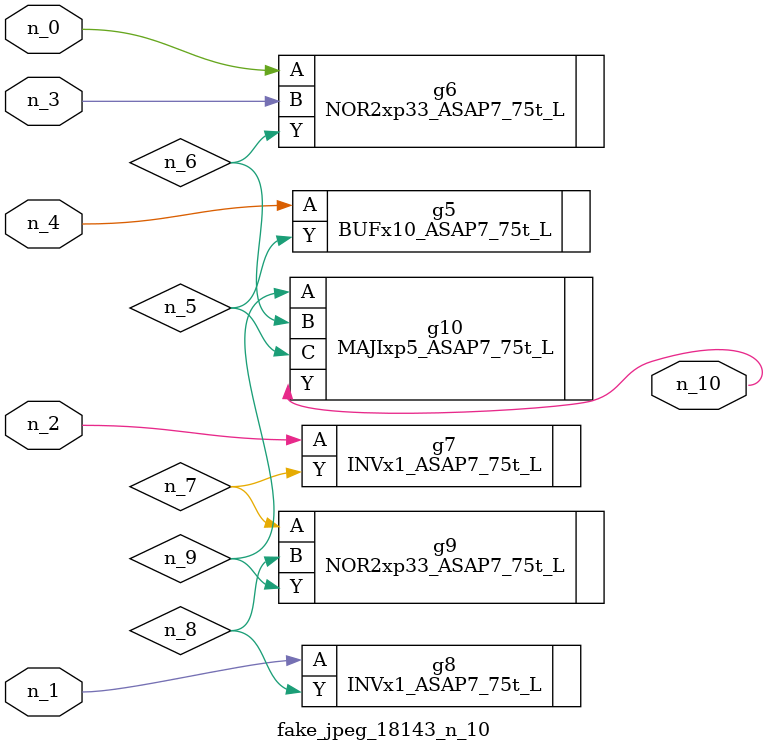
<source format=v>
module fake_jpeg_18143_n_10 (n_3, n_2, n_1, n_0, n_4, n_10);

input n_3;
input n_2;
input n_1;
input n_0;
input n_4;

output n_10;

wire n_8;
wire n_9;
wire n_6;
wire n_5;
wire n_7;

BUFx10_ASAP7_75t_L g5 ( 
.A(n_4),
.Y(n_5)
);

NOR2xp33_ASAP7_75t_L g6 ( 
.A(n_0),
.B(n_3),
.Y(n_6)
);

INVx1_ASAP7_75t_L g7 ( 
.A(n_2),
.Y(n_7)
);

INVx1_ASAP7_75t_L g8 ( 
.A(n_1),
.Y(n_8)
);

NOR2xp33_ASAP7_75t_L g9 ( 
.A(n_7),
.B(n_8),
.Y(n_9)
);

MAJIxp5_ASAP7_75t_L g10 ( 
.A(n_9),
.B(n_6),
.C(n_5),
.Y(n_10)
);


endmodule
</source>
